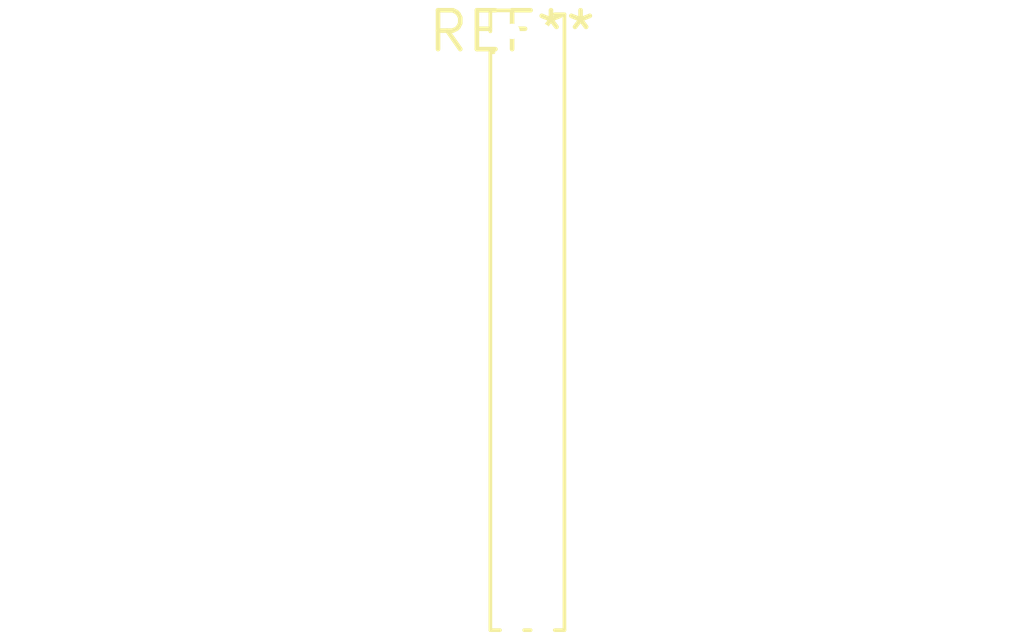
<source format=kicad_pcb>
(kicad_pcb (version 20240108) (generator pcbnew)
  (layers (0 "F.Cu" signal) (31 "B.Cu" signal) (34 "B.Paste" user) (35 "F.Paste" user) (36 "B.SilkS" user "B.Silkscreen") (37 "F.SilkS" user "F.Silkscreen") (38 "B.Mask" user) (39 "F.Mask" user) (44 "Edge.Cuts" user))
  (net 0 "")
  (footprint "PinHeader_2x20_P1.00mm_Vertical" (layer "F.Cu") (at 0 0)
    (property "Reference" "REF**")
    (property "Value" "PinHeader_2x20_P1.00mm_Vertical")
    (fp_line (start -0.71 -0.685) (end 0 -0.685) (layer "F.SilkS") (stroke (width 0.12)))
    (fp_line (start -0.71 0) (end -0.71 -0.685) (layer "F.SilkS") (stroke (width 0.12)))
    (fp_line (start -0.71 0.685) (end -0.71 19.56) (layer "F.SilkS") (stroke (width 0.12)))
    (fp_line (start -0.71 0.685) (end -0.608276 0.685) (layer "F.SilkS") (stroke (width 0.12)))
    (fp_line (start -0.71 19.56) (end -0.394493 19.56) (layer "F.SilkS") (stroke (width 0.12)))
    (fp_line (start 0.394493 19.56) (end 0.605507 19.56) (layer "F.SilkS") (stroke (width 0.12)))
    (fp_line (start 1.394493 -0.56) (end 1.71 -0.56) (layer "F.SilkS") (stroke (width 0.12)))
    (fp_line (start 1.394493 19.56) (end 1.71 19.56) (layer "F.SilkS") (stroke (width 0.12)))
    (fp_line (start 1.71 -0.56) (end 1.71 19.56) (layer "F.SilkS") (stroke (width 0.12)))
    (pad "1" thru_hole rect (at 0 0) (size 0.85 0.85) (drill 0.5) (layers *.Cu *.Mask) (remove_unused_layers))
    (pad "2" thru_hole oval (at 1 0) (size 0.85 0.85) (drill 0.5) (layers *.Cu *.Mask) (remove_unused_layers))
    (pad "3" thru_hole oval (at 0 1) (size 0.85 0.85) (drill 0.5) (layers *.Cu *.Mask) (remove_unused_layers))
    (pad "4" thru_hole oval (at 1 1) (size 0.85 0.85) (drill 0.5) (layers *.Cu *.Mask) (remove_unused_layers))
    (pad "5" thru_hole oval (at 0 2) (size 0.85 0.85) (drill 0.5) (layers *.Cu *.Mask) (remove_unused_layers))
    (pad "6" thru_hole oval (at 1 2) (size 0.85 0.85) (drill 0.5) (layers *.Cu *.Mask) (remove_unused_layers))
    (pad "7" thru_hole oval (at 0 3) (size 0.85 0.85) (drill 0.5) (layers *.Cu *.Mask) (remove_unused_layers))
    (pad "8" thru_hole oval (at 1 3) (size 0.85 0.85) (drill 0.5) (layers *.Cu *.Mask) (remove_unused_layers))
    (pad "9" thru_hole oval (at 0 4) (size 0.85 0.85) (drill 0.5) (layers *.Cu *.Mask) (remove_unused_layers))
    (pad "10" thru_hole oval (at 1 4) (size 0.85 0.85) (drill 0.5) (layers *.Cu *.Mask) (remove_unused_layers))
    (pad "11" thru_hole oval (at 0 5) (size 0.85 0.85) (drill 0.5) (layers *.Cu *.Mask) (remove_unused_layers))
    (pad "12" thru_hole oval (at 1 5) (size 0.85 0.85) (drill 0.5) (layers *.Cu *.Mask) (remove_unused_layers))
    (pad "13" thru_hole oval (at 0 6) (size 0.85 0.85) (drill 0.5) (layers *.Cu *.Mask) (remove_unused_layers))
    (pad "14" thru_hole oval (at 1 6) (size 0.85 0.85) (drill 0.5) (layers *.Cu *.Mask) (remove_unused_layers))
    (pad "15" thru_hole oval (at 0 7) (size 0.85 0.85) (drill 0.5) (layers *.Cu *.Mask) (remove_unused_layers))
    (pad "16" thru_hole oval (at 1 7) (size 0.85 0.85) (drill 0.5) (layers *.Cu *.Mask) (remove_unused_layers))
    (pad "17" thru_hole oval (at 0 8) (size 0.85 0.85) (drill 0.5) (layers *.Cu *.Mask) (remove_unused_layers))
    (pad "18" thru_hole oval (at 1 8) (size 0.85 0.85) (drill 0.5) (layers *.Cu *.Mask) (remove_unused_layers))
    (pad "19" thru_hole oval (at 0 9) (size 0.85 0.85) (drill 0.5) (layers *.Cu *.Mask) (remove_unused_layers))
    (pad "20" thru_hole oval (at 1 9) (size 0.85 0.85) (drill 0.5) (layers *.Cu *.Mask) (remove_unused_layers))
    (pad "21" thru_hole oval (at 0 10) (size 0.85 0.85) (drill 0.5) (layers *.Cu *.Mask) (remove_unused_layers))
    (pad "22" thru_hole oval (at 1 10) (size 0.85 0.85) (drill 0.5) (layers *.Cu *.Mask) (remove_unused_layers))
    (pad "23" thru_hole oval (at 0 11) (size 0.85 0.85) (drill 0.5) (layers *.Cu *.Mask) (remove_unused_layers))
    (pad "24" thru_hole oval (at 1 11) (size 0.85 0.85) (drill 0.5) (layers *.Cu *.Mask) (remove_unused_layers))
    (pad "25" thru_hole oval (at 0 12) (size 0.85 0.85) (drill 0.5) (layers *.Cu *.Mask) (remove_unused_layers))
    (pad "26" thru_hole oval (at 1 12) (size 0.85 0.85) (drill 0.5) (layers *.Cu *.Mask) (remove_unused_layers))
    (pad "27" thru_hole oval (at 0 13) (size 0.85 0.85) (drill 0.5) (layers *.Cu *.Mask) (remove_unused_layers))
    (pad "28" thru_hole oval (at 1 13) (size 0.85 0.85) (drill 0.5) (layers *.Cu *.Mask) (remove_unused_layers))
    (pad "29" thru_hole oval (at 0 14) (size 0.85 0.85) (drill 0.5) (layers *.Cu *.Mask) (remove_unused_layers))
    (pad "30" thru_hole oval (at 1 14) (size 0.85 0.85) (drill 0.5) (layers *.Cu *.Mask) (remove_unused_layers))
    (pad "31" thru_hole oval (at 0 15) (size 0.85 0.85) (drill 0.5) (layers *.Cu *.Mask) (remove_unused_layers))
    (pad "32" thru_hole oval (at 1 15) (size 0.85 0.85) (drill 0.5) (layers *.Cu *.Mask) (remove_unused_layers))
    (pad "33" thru_hole oval (at 0 16) (size 0.85 0.85) (drill 0.5) (layers *.Cu *.Mask) (remove_unused_layers))
    (pad "34" thru_hole oval (at 1 16) (size 0.85 0.85) (drill 0.5) (layers *.Cu *.Mask) (remove_unused_layers))
    (pad "35" thru_hole oval (at 0 17) (size 0.85 0.85) (drill 0.5) (layers *.Cu *.Mask) (remove_unused_layers))
    (pad "36" thru_hole oval (at 1 17) (size 0.85 0.85) (drill 0.5) (layers *.Cu *.Mask) (remove_unused_layers))
    (pad "37" thru_hole oval (at 0 18) (size 0.85 0.85) (drill 0.5) (layers *.Cu *.Mask) (remove_unused_layers))
    (pad "38" thru_hole oval (at 1 18) (size 0.85 0.85) (drill 0.5) (layers *.Cu *.Mask) (remove_unused_layers))
    (pad "39" thru_hole oval (at 0 19) (size 0.85 0.85) (drill 0.5) (layers *.Cu *.Mask) (remove_unused_layers))
    (pad "40" thru_hole oval (at 1 19) (size 0.85 0.85) (drill 0.5) (layers *.Cu *.Mask) (remove_unused_layers))
  )
)
</source>
